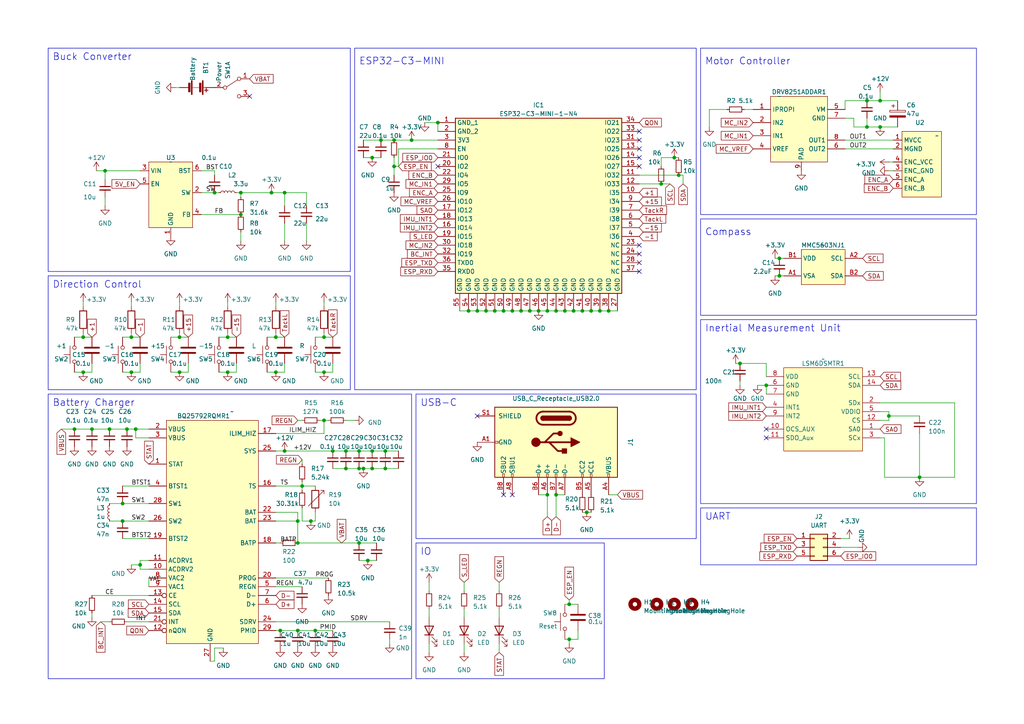
<source format=kicad_sch>
(kicad_sch (version 20230121) (generator eeschema)
  (paper "A4")
  (junction (at 69.85 62.23))
  (junction (at 191.77 53.34))
  (junction (at 38.1 107.95))
  (junction (at 24.13 107.95))
  (junction (at 31.75 124.46))
  (junction (at 82.55 130.81))
  (junction (at 110.49 40.64))
  (junction (at 161.29 143.51))
  (junction (at 165.1 185.42))
  (junction (at 165.1 175.26))
  (junction (at 69.85 55.88))
  (junction (at 81.28 182.88))
  (junction (at 114.3 48.26))
  (junction (at 266.7 138.43))
  (junction (at 39.37 124.46))
  (junction (at 80.01 107.95))
  (junction (at 52.07 107.95))
  (junction (at 86.36 151.13))
  (junction (at 93.98 121.92))
  (junction (at 24.13 97.79))
  (junction (at 106.68 162.56))
  (junction (at 35.56 146.05))
  (junction (at 196.85 50.8))
  (junction (at 107.95 135.89))
  (junction (at 107.95 130.81))
  (junction (at 168.91 90.17))
  (junction (at 111.76 130.81))
  (junction (at 66.04 97.79))
  (junction (at 166.37 90.17))
  (junction (at 135.89 90.17))
  (junction (at 87.63 140.97))
  (junction (at 173.99 90.17))
  (junction (at 107.95 45.72))
  (junction (at 38.1 97.79))
  (junction (at 153.67 90.17))
  (junction (at 105.41 135.89))
  (junction (at 100.33 135.89))
  (junction (at 158.75 90.17))
  (junction (at 40.64 163.83))
  (junction (at 251.46 36.83))
  (junction (at 104.14 135.89))
  (junction (at 35.56 151.13))
  (junction (at 143.51 90.17))
  (junction (at 127 35.56))
  (junction (at 82.55 55.88))
  (junction (at 163.83 90.17))
  (junction (at 114.3 40.64))
  (junction (at 80.01 97.79))
  (junction (at 36.83 124.46))
  (junction (at 104.14 130.81))
  (junction (at 52.07 97.79))
  (junction (at 86.36 182.88))
  (junction (at 96.52 130.81))
  (junction (at 255.27 36.83))
  (junction (at 222.25 111.76))
  (junction (at 91.44 182.88))
  (junction (at 156.21 90.17))
  (junction (at 111.76 135.89))
  (junction (at 148.59 90.17))
  (junction (at 21.59 124.46))
  (junction (at 161.29 90.17))
  (junction (at 251.46 29.21))
  (junction (at 176.53 90.17))
  (junction (at 214.63 105.41))
  (junction (at 171.45 90.17))
  (junction (at 158.75 143.51))
  (junction (at 146.05 90.17))
  (junction (at 100.33 130.81))
  (junction (at 119.38 40.64))
  (junction (at 62.23 55.88))
  (junction (at 257.81 120.65))
  (junction (at 93.98 97.79))
  (junction (at 138.43 90.17))
  (junction (at 151.13 90.17))
  (junction (at 93.98 107.95))
  (junction (at 26.67 124.46))
  (junction (at 255.27 29.21))
  (junction (at 226.06 80.01))
  (junction (at 195.58 45.72))
  (junction (at 170.18 148.59))
  (junction (at 86.36 157.48))
  (junction (at 140.97 90.17))
  (junction (at 30.48 49.53))
  (junction (at 104.14 157.48))
  (junction (at 226.06 74.93))
  (junction (at 90.17 151.13))
  (junction (at 78.74 55.88))
  (junction (at 66.04 107.95))
  (no_connect (at 72.39 27.94))
  (no_connect (at 185.42 73.66))
  (no_connect (at 222.25 124.46))
  (no_connect (at 148.59 143.51))
  (no_connect (at 146.05 143.51))
  (no_connect (at 185.42 71.12))
  (no_connect (at 138.43 120.65))
  (no_connect (at 185.42 76.2))
  (no_connect (at 222.25 127))
  (no_connect (at 185.42 43.18))
  (no_connect (at 185.42 38.1))
  (no_connect (at 185.42 45.72))
  (no_connect (at 185.42 48.26))
  (no_connect (at 127 48.26))
  (no_connect (at 185.42 40.64))
  (no_connect (at 185.42 78.74))
  (wire (pts (xy 87.63 147.32) (xy 87.63 151.13)))
  (wire (pts (xy 27.94 49.53) (xy 30.48 49.53)))
  (wire (pts (xy 21.59 107.95) (xy 24.13 107.95)))
  (wire (pts (xy 138.43 90.17) (xy 140.97 90.17)))
  (wire (pts (xy 30.48 52.07) (xy 30.48 49.53)))
  (wire (pts (xy 80.01 151.13) (xy 86.36 151.13)))
  (wire (pts (xy 96.52 130.81) (xy 100.33 130.81)))
  (wire (pts (xy 110.49 40.64) (xy 114.3 40.64)))
  (wire (pts (xy 257.81 49.53) (xy 259.08 49.53)))
  (wire (pts (xy 257.81 120.65) (xy 257.81 119.38)))
  (wire (pts (xy 62.23 191.77) (xy 60.96 191.77)))
  (wire (pts (xy 40.64 162.56) (xy 43.18 162.56)))
  (wire (pts (xy 107.95 45.72) (xy 110.49 45.72)))
  (wire (pts (xy 93.98 97.79) (xy 96.52 97.79)))
  (wire (pts (xy 256.54 127) (xy 255.27 127)))
  (wire (pts (xy 80.01 97.79) (xy 80.01 96.52)))
  (wire (pts (xy 165.1 173.99) (xy 165.1 175.26)))
  (wire (pts (xy 38.1 87.63) (xy 38.1 88.9)))
  (wire (pts (xy 245.11 34.29) (xy 247.65 34.29)))
  (wire (pts (xy 26.67 172.72) (xy 43.18 172.72)))
  (wire (pts (xy 214.63 111.76) (xy 214.63 110.49)))
  (wire (pts (xy 148.59 90.17) (xy 151.13 90.17)))
  (wire (pts (xy 31.75 146.05) (xy 35.56 146.05)))
  (wire (pts (xy 38.1 107.95) (xy 40.64 107.95)))
  (wire (pts (xy 191.77 48.26) (xy 191.77 45.72)))
  (wire (pts (xy 69.85 57.15) (xy 69.85 55.88)))
  (wire (pts (xy 245.11 29.21) (xy 245.11 31.75)))
  (wire (pts (xy 133.35 90.17) (xy 135.89 90.17)))
  (wire (pts (xy 123.19 35.56) (xy 127 35.56)))
  (wire (pts (xy 104.14 157.48) (xy 109.22 157.48)))
  (wire (pts (xy 82.55 107.95) (xy 82.55 105.41)))
  (wire (pts (xy 119.38 40.64) (xy 114.3 40.64)))
  (wire (pts (xy 140.97 90.17) (xy 143.51 90.17)))
  (wire (pts (xy 257.81 120.65) (xy 266.7 120.65)))
  (wire (pts (xy 144.78 189.23) (xy 144.78 186.69)))
  (wire (pts (xy 64.77 187.96) (xy 62.23 187.96)))
  (wire (pts (xy 26.67 179.07) (xy 26.67 177.8)))
  (wire (pts (xy 224.79 74.93) (xy 226.06 74.93)))
  (wire (pts (xy 88.9 64.77) (xy 88.9 69.85)))
  (wire (pts (xy 124.46 168.91) (xy 124.46 171.45)))
  (wire (pts (xy 62.23 55.88) (xy 63.5 55.88)))
  (wire (pts (xy 170.18 148.59) (xy 171.45 148.59)))
  (wire (pts (xy 58.42 62.23) (xy 69.85 62.23)))
  (wire (pts (xy 86.36 151.13) (xy 86.36 157.48)))
  (wire (pts (xy 87.63 151.13) (xy 90.17 151.13)))
  (wire (pts (xy 222.25 111.76) (xy 222.25 114.3)))
  (wire (pts (xy 224.79 80.01) (xy 226.06 80.01)))
  (wire (pts (xy 176.53 143.51) (xy 179.07 143.51)))
  (wire (pts (xy 87.63 139.7) (xy 87.63 140.97)))
  (wire (pts (xy 134.62 168.91) (xy 134.62 171.45)))
  (wire (pts (xy 35.56 107.95) (xy 38.1 107.95)))
  (wire (pts (xy 52.07 97.79) (xy 54.61 97.79)))
  (wire (pts (xy 134.62 189.23) (xy 134.62 186.69)))
  (wire (pts (xy 86.36 182.88) (xy 91.44 182.88)))
  (wire (pts (xy 24.13 97.79) (xy 24.13 96.52)))
  (wire (pts (xy 40.64 163.83) (xy 40.64 162.56)))
  (wire (pts (xy 35.56 97.79) (xy 38.1 97.79)))
  (wire (pts (xy 256.54 138.43) (xy 256.54 127)))
  (wire (pts (xy 80.01 167.64) (xy 95.25 167.64)))
  (wire (pts (xy 66.04 87.63) (xy 66.04 88.9)))
  (wire (pts (xy 114.3 48.26) (xy 114.3 50.8)))
  (wire (pts (xy 111.76 135.89) (xy 115.57 135.89)))
  (wire (pts (xy 168.91 148.59) (xy 170.18 148.59)))
  (wire (pts (xy 257.81 46.99) (xy 259.08 46.99)))
  (wire (pts (xy 80.01 180.34) (xy 113.03 180.34)))
  (wire (pts (xy 62.23 187.96) (xy 62.23 191.77)))
  (wire (pts (xy 93.98 121.92) (xy 95.25 121.92)))
  (wire (pts (xy 91.44 182.88) (xy 96.52 182.88)))
  (wire (pts (xy 245.11 43.18) (xy 259.08 43.18)))
  (wire (pts (xy 38.1 163.83) (xy 40.64 163.83)))
  (wire (pts (xy 151.13 90.17) (xy 153.67 90.17)))
  (wire (pts (xy 100.33 130.81) (xy 104.14 130.81)))
  (wire (pts (xy 163.83 185.42) (xy 165.1 185.42)))
  (wire (pts (xy 213.36 105.41) (xy 214.63 105.41)))
  (wire (pts (xy 143.51 90.17) (xy 146.05 90.17)))
  (wire (pts (xy 195.58 45.72) (xy 196.85 45.72)))
  (wire (pts (xy 255.27 116.84) (xy 276.86 116.84)))
  (wire (pts (xy 68.58 107.95) (xy 68.58 105.41)))
  (wire (pts (xy 104.14 162.56) (xy 106.68 162.56)))
  (wire (pts (xy 107.95 135.89) (xy 111.76 135.89)))
  (wire (pts (xy 165.1 175.26) (xy 167.64 175.26)))
  (wire (pts (xy 243.84 156.21) (xy 246.38 156.21)))
  (wire (pts (xy 247.65 34.29) (xy 247.65 36.83)))
  (wire (pts (xy 153.67 90.17) (xy 156.21 90.17)))
  (wire (pts (xy 93.98 87.63) (xy 93.98 88.9)))
  (wire (pts (xy 219.71 111.76) (xy 222.25 111.76)))
  (wire (pts (xy 158.75 143.51) (xy 156.21 143.51)))
  (wire (pts (xy 30.48 57.15) (xy 30.48 59.69)))
  (wire (pts (xy 161.29 143.51) (xy 161.29 149.86)))
  (wire (pts (xy 69.85 55.88) (xy 68.58 55.88)))
  (wire (pts (xy 35.56 140.97) (xy 43.18 140.97)))
  (wire (pts (xy 66.04 97.79) (xy 66.04 96.52)))
  (wire (pts (xy 80.01 140.97) (xy 87.63 140.97)))
  (wire (pts (xy 245.11 40.64) (xy 259.08 40.64)))
  (wire (pts (xy 100.33 121.92) (xy 102.87 121.92)))
  (wire (pts (xy 266.7 138.43) (xy 256.54 138.43)))
  (wire (pts (xy 86.36 157.48) (xy 104.14 157.48)))
  (wire (pts (xy 49.53 97.79) (xy 52.07 97.79)))
  (wire (pts (xy 38.1 97.79) (xy 38.1 96.52)))
  (wire (pts (xy 80.01 107.95) (xy 82.55 107.95)))
  (wire (pts (xy 111.76 130.81) (xy 115.57 130.81)))
  (wire (pts (xy 255.27 36.83) (xy 260.35 36.83)))
  (wire (pts (xy 35.56 151.13) (xy 31.75 151.13)))
  (wire (pts (xy 66.04 97.79) (xy 68.58 97.79)))
  (wire (pts (xy 36.83 124.46) (xy 39.37 124.46)))
  (wire (pts (xy 255.27 121.92) (xy 257.81 121.92)))
  (wire (pts (xy 93.98 97.79) (xy 93.98 96.52)))
  (wire (pts (xy 91.44 97.79) (xy 93.98 97.79)))
  (wire (pts (xy 96.52 107.95) (xy 96.52 105.41)))
  (wire (pts (xy 106.68 162.56) (xy 109.22 162.56)))
  (wire (pts (xy 114.3 48.26) (xy 115.57 48.26)))
  (wire (pts (xy 165.1 185.42) (xy 165.1 186.69)))
  (wire (pts (xy 161.29 90.17) (xy 163.83 90.17)))
  (wire (pts (xy 80.01 125.73) (xy 93.98 125.73)))
  (wire (pts (xy 52.07 97.79) (xy 52.07 96.52)))
  (wire (pts (xy 163.83 175.26) (xy 165.1 175.26)))
  (wire (pts (xy 81.28 182.88) (xy 86.36 182.88)))
  (wire (pts (xy 168.91 90.17) (xy 171.45 90.17)))
  (wire (pts (xy 69.85 67.31) (xy 69.85 69.85)))
  (wire (pts (xy 226.06 80.01) (xy 227.33 80.01)))
  (wire (pts (xy 107.95 130.81) (xy 111.76 130.81)))
  (wire (pts (xy 196.85 50.8) (xy 198.12 50.8)))
  (wire (pts (xy 80.01 148.59) (xy 86.36 148.59)))
  (wire (pts (xy 144.78 168.91) (xy 144.78 171.45)))
  (wire (pts (xy 127 35.56) (xy 127 38.1)))
  (wire (pts (xy 266.7 125.73) (xy 266.7 138.43)))
  (wire (pts (xy 40.64 107.95) (xy 40.64 105.41)))
  (wire (pts (xy 26.67 124.46) (xy 31.75 124.46)))
  (wire (pts (xy 52.07 87.63) (xy 52.07 88.9)))
  (wire (pts (xy 43.18 167.64) (xy 43.18 170.18)))
  (wire (pts (xy 163.83 90.17) (xy 166.37 90.17)))
  (wire (pts (xy 115.57 43.18) (xy 127 43.18)))
  (wire (pts (xy 38.1 97.79) (xy 40.64 97.79)))
  (wire (pts (xy 176.53 90.17) (xy 179.07 90.17)))
  (wire (pts (xy 87.63 140.97) (xy 91.44 140.97)))
  (wire (pts (xy 93.98 125.73) (xy 93.98 121.92)))
  (wire (pts (xy 77.47 97.79) (xy 80.01 97.79)))
  (wire (pts (xy 82.55 130.81) (xy 80.01 130.81)))
  (wire (pts (xy 29.21 180.34) (xy 31.75 180.34)))
  (wire (pts (xy 104.14 130.81) (xy 107.95 130.81)))
  (wire (pts (xy 31.75 124.46) (xy 36.83 124.46)))
  (wire (pts (xy 167.64 182.88) (xy 167.64 185.42)))
  (wire (pts (xy 105.41 135.89) (xy 107.95 135.89)))
  (wire (pts (xy 226.06 74.93) (xy 227.33 74.93)))
  (wire (pts (xy 166.37 90.17) (xy 168.91 90.17)))
  (wire (pts (xy 43.18 127) (xy 39.37 127)))
  (wire (pts (xy 50.8 25.4) (xy 52.07 25.4)))
  (wire (pts (xy 17.78 124.46) (xy 21.59 124.46)))
  (wire (pts (xy 257.81 121.92) (xy 257.81 120.65)))
  (wire (pts (xy 105.41 40.64) (xy 110.49 40.64)))
  (wire (pts (xy 88.9 59.69) (xy 88.9 55.88)))
  (wire (pts (xy 62.23 49.53) (xy 62.23 50.8)))
  (wire (pts (xy 276.86 138.43) (xy 266.7 138.43)))
  (wire (pts (xy 247.65 36.83) (xy 251.46 36.83)))
  (wire (pts (xy 91.44 151.13) (xy 91.44 148.59)))
  (wire (pts (xy 30.48 49.53) (xy 40.64 49.53)))
  (wire (pts (xy 251.46 36.83) (xy 255.27 36.83)))
  (wire (pts (xy 222.25 109.22) (xy 222.25 105.41)))
  (wire (pts (xy 257.81 119.38) (xy 255.27 119.38)))
  (wire (pts (xy 198.12 50.8) (xy 198.12 53.34)))
  (wire (pts (xy 93.98 107.95) (xy 96.52 107.95)))
  (wire (pts (xy 251.46 29.21) (xy 255.27 29.21)))
  (wire (pts (xy 82.55 64.77) (xy 82.55 69.85)))
  (wire (pts (xy 113.03 186.69) (xy 113.03 185.42)))
  (wire (pts (xy 21.59 97.79) (xy 24.13 97.79)))
  (wire (pts (xy 35.56 146.05) (xy 43.18 146.05)))
  (wire (pts (xy 24.13 107.95) (xy 26.67 107.95)))
  (wire (pts (xy 35.56 151.13) (xy 43.18 151.13)))
  (wire (pts (xy 163.83 143.51) (xy 161.29 143.51)))
  (wire (pts (xy 194.31 53.34) (xy 191.77 53.34)))
  (wire (pts (xy 78.74 55.88) (xy 82.55 55.88)))
  (wire (pts (xy 86.36 121.92) (xy 87.63 121.92)))
  (wire (pts (xy 82.55 130.81) (xy 96.52 130.81)))
  (wire (pts (xy 39.37 127) (xy 39.37 124.46)))
  (wire (pts (xy 87.63 133.35) (xy 87.63 134.62)))
  (wire (pts (xy 245.11 29.21) (xy 251.46 29.21)))
  (wire (pts (xy 214.63 105.41) (xy 222.25 105.41)))
  (wire (pts (xy 39.37 124.46) (xy 43.18 124.46)))
  (wire (pts (xy 69.85 55.88) (xy 78.74 55.88)))
  (wire (pts (xy 124.46 176.53) (xy 124.46 179.07)))
  (wire (pts (xy 35.56 156.21) (xy 43.18 156.21)))
  (wire (pts (xy 80.01 97.79) (xy 82.55 97.79)))
  (wire (pts (xy 243.84 158.75) (xy 248.92 158.75)))
  (wire (pts (xy 146.05 90.17) (xy 148.59 90.17)))
  (wire (pts (xy 36.83 180.34) (xy 43.18 180.34)))
  (wire (pts (xy 58.42 49.53) (xy 62.23 49.53)))
  (wire (pts (xy 114.3 48.26) (xy 114.3 45.72)))
  (wire (pts (xy 24.13 87.63) (xy 24.13 88.9)))
  (wire (pts (xy 63.5 107.95) (xy 66.04 107.95)))
  (wire (pts (xy 127 40.64) (xy 119.38 40.64)))
  (wire (pts (xy 124.46 189.23) (xy 124.46 186.69)))
  (wire (pts (xy 58.42 55.88) (xy 62.23 55.88)))
  (wire (pts (xy 92.71 121.92) (xy 93.98 121.92)))
  (wire (pts (xy 156.21 90.17) (xy 158.75 90.17)))
  (wire (pts (xy 26.67 107.95) (xy 26.67 105.41)))
  (wire (pts (xy 158.75 143.51) (xy 158.75 149.86)))
  (wire (pts (xy 80.01 182.88) (xy 81.28 182.88)))
  (wire (pts (xy 21.59 124.46) (xy 26.67 124.46)))
  (wire (pts (xy 185.42 50.8) (xy 196.85 50.8)))
  (wire (pts (xy 191.77 45.72) (xy 195.58 45.72)))
  (wire (pts (xy 104.14 135.89) (xy 105.41 135.89)))
  (wire (pts (xy 251.46 34.29) (xy 251.46 36.83)))
  (wire (pts (xy 40.64 163.83) (xy 40.64 165.1)))
  (wire (pts (xy 63.5 97.79) (xy 66.04 97.79)))
  (wire (pts (xy 205.74 31.75) (xy 205.74 36.83)))
  (wire (pts (xy 215.9 31.75) (xy 218.44 31.75)))
  (wire (pts (xy 66.04 107.95) (xy 68.58 107.95)))
  (wire (pts (xy 135.89 90.17) (xy 138.43 90.17)))
  (wire (pts (xy 144.78 176.53) (xy 144.78 179.07)))
  (wire (pts (xy 100.33 135.89) (xy 104.14 135.89)))
  (wire (pts (xy 87.63 140.97) (xy 87.63 142.24)))
  (wire (pts (xy 115.57 48.26) (xy 115.57 43.18)))
  (wire (pts (xy 171.45 90.17) (xy 173.99 90.17)))
  (wire (pts (xy 91.44 107.95) (xy 93.98 107.95)))
  (wire (pts (xy 105.41 45.72) (xy 107.95 45.72)))
  (wire (pts (xy 158.75 90.17) (xy 161.29 90.17)))
  (wire (pts (xy 80.01 87.63) (xy 80.01 88.9)))
  (wire (pts (xy 49.53 107.95) (xy 52.07 107.95)))
  (wire (pts (xy 86.36 148.59) (xy 86.36 151.13)))
  (wire (pts (xy 134.62 176.53) (xy 134.62 179.07)))
  (wire (pts (xy 255.27 26.67) (xy 255.27 29.21)))
  (wire (pts (xy 276.86 116.84) (xy 276.86 138.43)))
  (wire (pts (xy 167.64 185.42) (xy 165.1 185.42)))
  (wire (pts (xy 80.01 170.18) (xy 87.63 170.18)))
  (wire (pts (xy 255.27 29.21) (xy 260.35 29.21)))
  (wire (pts (xy 90.17 151.13) (xy 91.44 151.13)))
  (wire (pts (xy 52.07 107.95) (xy 54.61 107.95)))
  (wire (pts (xy 88.9 55.88) (xy 82.55 55.88)))
  (wire (pts (xy 82.55 59.69) (xy 82.55 55.88)))
  (wire (pts (xy 24.13 97.79) (xy 26.67 97.79)))
  (wire (pts (xy 54.61 107.95) (xy 54.61 105.41)))
  (wire (pts (xy 81.28 157.48) (xy 80.01 157.48)))
  (wire (pts (xy 191.77 53.34) (xy 185.42 53.34)))
  (wire (pts (xy 210.82 31.75) (xy 205.74 31.75)))
  (wire (pts (xy 77.47 107.95) (xy 80.01 107.95)))
  (wire (pts (xy 173.99 90.17) (xy 176.53 90.17)))
  (wire (pts (xy 43.18 165.1) (xy 40.64 165.1)))
  (wire (pts (xy 96.52 135.89) (xy 100.33 135.89)))
  (rectangle (start 203.2 63.5) (end 283.21 91.44))
  (rectangle (start 13.97 114.3) (end 119.38 196.85))
  (rectangle (start 120.65 114.3) (end 201.93 156.21))
  (rectangle (start 13.97 13.97) (end 101.6 78.74))
  (rectangle (start 102.87 13.97) (end 201.93 113.03))
  (rectangle (start 203.2 92.71) (end 283.21 146.05))
  (rectangle (start 120.65 157.48) (end 175.26 196.85))
  (rectangle (start 13.97 80.01) (end 101.6 113.03))
  (rectangle (start 203.2 147.32) (end 283.21 163.83))
  (rectangle (start 203.2 13.97) (end 283.21 62.23))
  (text "Inertial Measurement Unit\n" (at 204.47 96.52 0) (effects (font (size 2 2)) (justify left bottom)))
  (text "Compass\n" (at 204.47 68.58 0) (effects (font (size 2 2)) (justify left bottom)))
  (text "USB-C" (at 121.92 118.11 0) (effects (font (size 2 2)) (justify left bottom)))
  (text "Buck Converter\n" (at 15.24 17.78 0) (effects (font (size 2 2)) (justify left bottom)))
  (text "Motor Controller" (at 204.47 19.05 0) (effects (font (size 2 2)) (justify left bottom)))
  (text "ESP32-C3-MINI\n" (at 104.14 19.05 0) (effects (font (size 2 2)) (justify left bottom)))
  (text "Direction Control\n" (at 15.24 83.82 0) (effects (font (size 2 2)) (justify left bottom)))
  (text "Battery Charger\n" (at 15.24 118.11 0) (effects (font (size 2 2)) (justify left bottom)))
  (text "IO\n" (at 121.92 161.29 0) (effects (font (size 2 2)) (justify left bottom)))
  (text "UART\n" (at 204.47 151.13 0) (effects (font (size 2 2)) (justify left bottom)))
  (label "PROG" (at 91.44 167.64 0))
  (label "SW1" (at 38.1 146.05 0))
  (label "ILIM_HIZ" (at 83.82 125.73 0))
  (label "TS" (at 81.28 140.97 0))
  (label "BTST1" (at 38.1 140.97 0))
  (label "BATP" (at 81.28 157.48 0))
  (label "OUT2" (at 246.38 43.18 0))
  (label "CE" (at 30.48 172.72 0))
  (label "BTST2" (at 38.1 156.21 0))
  (label "VAC" (at 43.18 168.91 0))
  (label "SW2" (at 38.1 151.13 0))
  (label "+12V" (at 85.09 130.81 0))
  (label "INT" (at 39.37 180.34 0))
  (label "OUT1" (at 246.38 40.64 0))
  (label "REGN" (at 80.01 170.18 0))
  (label "SW" (at 59.69 55.88 0))
  (label "PMID" (at 92.71 182.88 0))
  (label "SDRV" (at 101.6 180.34 0))
  (label "BST" (at 59.69 49.53 0))
  (label "FB" (at 62.23 62.23 0))
  (global_label "SDA" (shape input) (at 198.12 53.34 270) (property "Intersheetrefs" "${INTERSHEET_REFS}" (effects hide)))
  (global_label "VBUS" (shape input) (at 179.07 143.51 0) (property "Intersheetrefs" "${INTERSHEET_REFS}" (effects hide)))
  (global_label "TackL" (shape input) (at 82.55 97.79 90) (property "Intersheetrefs" "${INTERSHEET_REFS}" (effects hide)))
  (global_label "SAO" (shape input) (at 127 60.96 180) (property "Intersheetrefs" "${INTERSHEET_REFS}" (effects hide)))
  (global_label "-15" (shape input) (at 68.58 97.79 90) (property "Intersheetrefs" "${INTERSHEET_REFS}" (effects hide)))
  (global_label "S_LED" (shape input) (at 127 68.58 180) (property "Intersheetrefs" "${INTERSHEET_REFS}" (effects hide)))
  (global_label "IMU_INT2" (shape input) (at 222.25 120.65 180) (property "Intersheetrefs" "${INTERSHEET_REFS}" (effects hide)))
  (global_label "ESP_TXD" (shape input) (at 231.14 158.75 180) (property "Intersheetrefs" "${INTERSHEET_REFS}" (effects hide)))
  (global_label "SCL" (shape input) (at 255.27 109.22 0) (property "Intersheetrefs" "${INTERSHEET_REFS}" (effects hide)))
  (global_label "+15" (shape input) (at 185.42 58.42 0) (property "Intersheetrefs" "${INTERSHEET_REFS}" (effects hide)))
  (global_label "VBAT" (shape input) (at 99.06 157.48 90) (property "Intersheetrefs" "${INTERSHEET_REFS}" (effects hide)))
  (global_label "MC_IN1" (shape input) (at 218.44 39.37 180) (property "Intersheetrefs" "${INTERSHEET_REFS}" (effects hide)))
  (global_label "REGN" (shape input) (at 144.78 168.91 90) (property "Intersheetrefs" "${INTERSHEET_REFS}" (effects hide)))
  (global_label "ENC_A" (shape input) (at 127 55.88 180) (property "Intersheetrefs" "${INTERSHEET_REFS}" (effects hide)))
  (global_label "S_LED" (shape input) (at 134.62 168.91 90) (property "Intersheetrefs" "${INTERSHEET_REFS}" (effects hide)))
  (global_label "+1" (shape input) (at 185.42 55.88 0) (property "Intersheetrefs" "${INTERSHEET_REFS}" (effects hide)))
  (global_label "ESP_RXD" (shape input) (at 127 78.74 180) (property "Intersheetrefs" "${INTERSHEET_REFS}" (effects hide)))
  (global_label "TackR" (shape input) (at 185.42 60.96 0) (property "Intersheetrefs" "${INTERSHEET_REFS}" (effects hide)))
  (global_label "SAO" (shape input) (at 255.27 124.46 0) (property "Intersheetrefs" "${INTERSHEET_REFS}" (effects hide)))
  (global_label "D-" (shape input) (at 161.29 149.86 270) (property "Intersheetrefs" "${INTERSHEET_REFS}" (effects hide)))
  (global_label "IMU_INT1" (shape input) (at 127 63.5 180) (property "Intersheetrefs" "${INTERSHEET_REFS}" (effects hide)))
  (global_label "ESP_TXD" (shape input) (at 127 76.2 180) (property "Intersheetrefs" "${INTERSHEET_REFS}" (effects hide)))
  (global_label "D+" (shape input) (at 158.75 149.86 270) (property "Intersheetrefs" "${INTERSHEET_REFS}" (effects hide)))
  (global_label "SCL" (shape input) (at 43.18 175.26 180) (property "Intersheetrefs" "${INTERSHEET_REFS}" (effects hide)))
  (global_label "SDA" (shape input) (at 255.27 111.76 0) (property "Intersheetrefs" "${INTERSHEET_REFS}" (effects hide)))
  (global_label "-1" (shape input) (at 40.64 97.79 90) (property "Intersheetrefs" "${INTERSHEET_REFS}" (effects hide)))
  (global_label "ENC_B" (shape input) (at 259.08 54.61 180) (property "Intersheetrefs" "${INTERSHEET_REFS}" (effects hide)))
  (global_label "VBAT" (shape input) (at 72.39 22.86 0) (property "Intersheetrefs" "${INTERSHEET_REFS}" (effects hide)))
  (global_label "IMU_INT2" (shape input) (at 127 66.04 180) (property "Intersheetrefs" "${INTERSHEET_REFS}" (effects hide)))
  (global_label "-1" (shape input) (at 185.42 68.58 0) (property "Intersheetrefs" "${INTERSHEET_REFS}" (effects hide)))
  (global_label "-15" (shape input) (at 185.42 66.04 0) (property "Intersheetrefs" "${INTERSHEET_REFS}" (effects hide)))
  (global_label "5V_EN" (shape input) (at 40.64 53.34 180) (property "Intersheetrefs" "${INTERSHEET_REFS}" (effects hide)))
  (global_label "D-" (shape input) (at 80.01 172.72 0) (property "Intersheetrefs" "${INTERSHEET_REFS}" (effects hide)))
  (global_label "STAT" (shape input) (at 144.78 189.23 270) (property "Intersheetrefs" "${INTERSHEET_REFS}" (effects hide)))
  (global_label "ENC_A" (shape input) (at 259.08 52.07 180) (property "Intersheetrefs" "${INTERSHEET_REFS}" (effects hide)))
  (global_label "MC_IN1" (shape input) (at 127 53.34 180) (property "Intersheetrefs" "${INTERSHEET_REFS}" (effects hide)))
  (global_label "MC_IN2" (shape input) (at 127 71.12 180) (property "Intersheetrefs" "${INTERSHEET_REFS}" (effects hide)))
  (global_label "BC_INT" (shape input) (at 29.21 180.34 270) (property "Intersheetrefs" "${INTERSHEET_REFS}" (effects hide)))
  (global_label "MC_IN2" (shape input) (at 218.44 35.56 180) (property "Intersheetrefs" "${INTERSHEET_REFS}" (effects hide)))
  (global_label "QON" (shape input) (at 43.18 182.88 180) (property "Intersheetrefs" "${INTERSHEET_REFS}" (effects hide)))
  (global_label "+1" (shape input) (at 26.67 97.79 90) (property "Intersheetrefs" "${INTERSHEET_REFS}" (effects hide)))
  (global_label "ENC_B" (shape input) (at 127 50.8 180) (property "Intersheetrefs" "${INTERSHEET_REFS}" (effects hide)))
  (global_label "ESP_EN" (shape input) (at 115.57 48.26 0) (property "Intersheetrefs" "${INTERSHEET_REFS}" (effects hide)))
  (global_label "REGN" (shape input) (at 87.63 133.35 180) (property "Intersheetrefs" "${INTERSHEET_REFS}" (effects hide)))
  (global_label "SDA" (shape input) (at 43.18 177.8 180) (property "Intersheetrefs" "${INTERSHEET_REFS}" (effects hide)))
  (global_label "+15" (shape input) (at 54.61 97.79 90) (property "Intersheetrefs" "${INTERSHEET_REFS}" (effects hide)))
  (global_label "TackL" (shape input) (at 185.42 63.5 0) (property "Intersheetrefs" "${INTERSHEET_REFS}" (effects hide)))
  (global_label "VBUS" (shape input) (at 17.78 124.46 270) (property "Intersheetrefs" "${INTERSHEET_REFS}" (effects hide)))
  (global_label "MC_VREF" (shape input) (at 127 58.42 180) (property "Intersheetrefs" "${INTERSHEET_REFS}" (effects hide)))
  (global_label "ESP_IO0" (shape input) (at 243.84 161.29 0) (property "Intersheetrefs" "${INTERSHEET_REFS}" (effects hide)))
  (global_label "TackR" (shape input) (at 96.52 97.79 90) (property "Intersheetrefs" "${INTERSHEET_REFS}" (effects hide)))
  (global_label "REGN" (shape input) (at 86.36 121.92 180) (property "Intersheetrefs" "${INTERSHEET_REFS}" (effects hide)))
  (global_label "SDA" (shape input) (at 250.19 80.01 0) (property "Intersheetrefs" "${INTERSHEET_REFS}" (effects hide)))
  (global_label "ESP_IO0" (shape input) (at 127 45.72 180) (property "Intersheetrefs" "${INTERSHEET_REFS}" (effects hide)))
  (global_label "D+" (shape input) (at 80.01 175.26 0) (property "Intersheetrefs" "${INTERSHEET_REFS}" (effects hide)))
  (global_label "BC_INT" (shape input) (at 127 73.66 180) (property "Intersheetrefs" "${INTERSHEET_REFS}" (effects hide)))
  (global_label "ESP_RXD" (shape input) (at 231.14 161.29 180) (property "Intersheetrefs" "${INTERSHEET_REFS}" (effects hide)))
  (global_label "ESP_EN" (shape input) (at 165.1 173.99 90) (property "Intersheetrefs" "${INTERSHEET_REFS}" (effects hide)))
  (global_label "IMU_INT1" (shape input) (at 222.25 118.11 180) (property "Intersheetrefs" "${INTERSHEET_REFS}" (effects hide)))
  (global_label "ESP_EN" (shape input) (at 231.14 156.21 180) (property "Intersheetrefs" "${INTERSHEET_REFS}" (effects hide)))
  (global_label "QON" (shape input) (at 185.42 35.56 0) (property "Intersheetrefs" "${INTERSHEET_REFS}" (effects hide)))
  (global_label "SCL" (shape input) (at 194.31 53.34 270) (property "Intersheetrefs" "${INTERSHEET_REFS}" (effects hide)))
  (global_label "MC_VREF" (shape input) (at 218.44 43.18 180) (property "Intersheetrefs" "${INTERSHEET_REFS}" (effects hide)))
  (global_label "SCL" (shape input) (at 250.19 74.93 0) (property "Intersheetrefs" "${INTERSHEET_REFS}" (effects hide)))
  (global_label "STAT" (shape input) (at 43.18 134.62 90) (property "Intersheetrefs" "${INTERSHEET_REFS}" (effects hide)))
  (symbol (lib_id "power:GND") (at 64.77 187.96 0) (unit 1)
    (property "Reference" "#PWR064" (effects hide))
    (property "Value" "GND" (at 64.77 193.04 0))
  )
  (symbol (lib_id "power:GND") (at 106.68 162.56 0) (unit 1)
    (property "Reference" "#PWR056" (effects hide))
    (property "Value" "GND" (at 106.68 167.64 0))
  )
  (symbol (lib_id "Device:R_Small") (at 87.63 137.16 0) (unit 1)
    (property "Reference" "R17" (at 90.17 135.89 0) (effects (justify left)))
    (property "Value" "5.24k" (at 90.17 138.43 0) (effects (justify left)))
    (property "Footprint" "Resistor_SMD:R_0402_1005Metric" (effects hide))
  )
  (symbol (lib_id "Device:R_Small") (at 213.36 31.75 90) (unit 1)
    (property "Reference" "R2" (at 212.09 29.21 90))
    (property "Value" "5.1k" (at 218.44 29.21 90) (effects (justify left)))
    (property "Footprint" "Resistor_SMD:R_0402_1005Metric" (effects hide))
  )
  (symbol (lib_id "power:+3.3V") (at 66.04 87.63 0) (unit 1)
    (property "Reference" "#PWR031" (effects hide))
    (property "Value" "+3.3V" (at 69.85 86.868 0))
  )
  (symbol (lib_id "Switch:SW_Push") (at 21.59 102.87 90) (unit 1)
    (property "Reference" "SW2" (at 17.78 104.14 90))
    (property "Value" "+1" (at 17.78 100.33 90))
    (property "Footprint" "Switch:Tactile_5.5mmx2.85mm" (effects hide))
  )
  (symbol (lib_id "Device:R_Small") (at 124.46 173.99 0) (unit 1)
    (property "Reference" "R24" (at 127 173.355 0) (effects (justify left)))
    (property "Value" "5.1k" (at 127 175.895 0) (effects (justify left)))
    (property "Footprint" "Resistor_SMD:R_0402_1005Metric" (effects hide))
  )
  (symbol (lib_id "Device:Battery") (at 57.15 25.4 270) (unit 1)
    (property "Reference" "BT1" (at 59.69 17.78 0) (effects (justify left)))
    (property "Value" "Battery" (at 55.88 16.51 0) (effects (justify left)))
    (property "Footprint" "XT30-U:XT30-U" (effects hide))
  )
  (symbol (lib_id "Device:R") (at 24.13 92.71 0) (unit 1)
    (property "Reference" "R9" (at 19.05 92.71 0) (effects (justify left)))
    (property "Value" "47k" (at 19.05 95.25 0) (effects (justify left)))
    (property "Footprint" "Resistor_SMD:R_0402_1005Metric" (effects hide))
  )
  (symbol (lib_id "Device:R_Small") (at 69.85 59.69 0) (unit 1)
    (property "Reference" "R7" (at 72.39 59.055 0) (effects (justify left)))
    (property "Value" "31.6k" (at 72.39 61.595 0) (effects (justify left)))
    (property "Footprint" "Resistor_SMD:R_0402_1005Metric" (effects hide))
  )
  (symbol (lib_id "Device:R_Small") (at 83.82 157.48 90) (unit 1)
    (property "Reference" "R22" (at 83.82 160.02 90))
    (property "Value" "100" (at 83.82 162.56 90))
    (property "Footprint" "Resistor_SMD:R_0402_1005Metric" (effects hide))
  )
  (symbol (lib_id "Device:C_Small") (at 87.63 172.72 0) (unit 1)
    (property "Reference" "C37" (at 85.09 166.37 0) (effects (justify left)))
    (property "Value" "4.7u" (at 86.36 168.91 0) (effects (justify left)))
    (property "Footprint" "Capacitor_SMD:C_0402_1005Metric" (effects hide))
  )
  (symbol (lib_id "power:GND") (at 80.01 107.95 0) (unit 1)
    (property "Reference" "#PWR039" (effects hide))
    (property "Value" "GND" (at 83.82 110.49 0))
  )
  (symbol (lib_id "power:GND") (at 96.52 187.96 0) (unit 1)
    (property "Reference" "#PWR068" (effects hide))
    (property "Value" "GND" (at 96.52 193.04 0))
  )
  (symbol (lib_id "Switch:SW_Push") (at 91.44 102.87 90) (unit 1)
    (property "Reference" "SW7" (at 87.63 104.14 90))
    (property "Value" "R" (at 87.63 100.33 90))
    (property "Footprint" "Switch:Tactile_5.5mmx2.85mm" (effects hide))
  )
  (symbol (lib_id "Device:R_Small") (at 171.45 146.05 0) (unit 1)
    (property "Reference" "R21" (at 173.99 145.415 0) (effects (justify left)))
    (property "Value" "5.1k" (at 173.99 147.955 0) (effects (justify left)))
    (property "Footprint" "Resistor_SMD:R_0402_1005Metric" (effects hide))
  )
  (symbol (lib_id "power:GND") (at 232.41 49.53 0) (unit 1)
    (property "Reference" "#PWR04" (effects hide))
    (property "Value" "GND" (at 232.41 54.61 0))
  )
  (symbol (lib_id "power:GND") (at 123.19 35.56 0) (unit 1)
    (property "Reference" "#PWR05" (effects hide))
    (property "Value" "GND" (at 123.19 34.29 0))
  )
  (symbol (lib_id "Device:R_Small") (at 90.17 121.92 270) (unit 1)
    (property "Reference" "R15" (at 90.17 116.84 90))
    (property "Value" "127k" (at 90.17 119.38 90))
    (property "Footprint" "Resistor_SMD:R_0402_1005Metric" (effects hide))
  )
  (symbol (lib_id "power:+3.3V") (at 246.38 156.21 0) (unit 1)
    (property "Reference" "#PWR054" (effects hide))
    (property "Value" "+3.3V" (at 246.38 151.13 0))
  )
  (symbol (lib_id "Device:C_Small") (at 113.03 182.88 0) (unit 1)
    (property "Reference" "C39" (at 115.57 182.2513 0) (effects (justify left)))
    (property "Value" "1n" (at 115.57 184.7913 0) (effects (justify left)))
    (property "Footprint" "Capacitor_SMD:C_0402_1005Metric" (effects hide))
  )
  (symbol (lib_id "Mechanical:MountingHole") (at 184.15 175.26 0) (unit 1)
    (property "Reference" "H1" (at 186.69 174.625 0) (effects (justify left)))
    (property "Value" "MountingHole" (at 186.69 177.165 0) (effects (justify left)))
    (property "Footprint" "MountingHole:MountingHole_2.2mm_M2" (effects hide))
  )
  (symbol (lib_id "power:GND") (at 248.92 158.75 90) (unit 1)
    (property "Reference" "#PWR055" (effects hide))
    (property "Value" "GND" (at 249.936 155.448 0))
  )
  (symbol (lib_id "LiPo_Charger_BQ25792RQMR:BQ25792RQMR") (at 60.96 121.92 0) (unit 1)
    (property "Reference" "BQ25792RQMR1" (at 59.055 120.65 0))
    (property "Value" "~" (at 67.31 119.38 0))
    (property "Footprint" "Lipo_Charger:BQ25792" (effects hide))
  )
  (symbol (lib_id "power:GND") (at 170.18 148.59 0) (unit 1)
    (property "Reference" "#PWR052" (effects hide))
    (property "Value" "GND" (at 170.18 153.67 0))
  )
  (symbol (lib_id "Device:C_Small") (at 35.56 153.67 0) (unit 1)
    (property "Reference" "C34" (at 27.94 152.4 0) (effects (justify left)))
    (property "Value" "47n" (at 27.94 154.94 0) (effects (justify left)))
    (property "Footprint" "Capacitor_SMD:C_0402_1005Metric" (effects hide))
  )
  (symbol (lib_id "Device:L_Small") (at 66.04 55.88 90) (unit 1)
    (property "Reference" "L2" (at 67.31 50.8 90))
    (property "Value" "3.3u" (at 69.85 53.34 90))
    (property "Footprint" "Inductor_SMD:L_Bourns_SRP7028A_7.3x6.6mm" (effects hide))
  )
  (symbol (lib_id "power:GND") (at 124.46 189.23 0) (unit 1)
    (property "Reference" "#PWR069" (effects hide))
    (property "Value" "GND" (at 124.46 194.31 0))
  )
  (symbol (lib_id "Device:R") (at 38.1 92.71 0) (unit 1)
    (property "Reference" "R10" (at 33.02 92.71 0) (effects (justify left)))
    (property "Value" "47k" (at 33.02 95.25 0) (effects (justify left)))
    (property "Footprint" "Resistor_SMD:R_0402_1005Metric" (effects hide))
  )
  (symbol (lib_id "power:+3.3V") (at 195.58 45.72 0) (unit 1)
    (property "Reference" "#PWR013" (effects hide))
    (property "Value" "+3.3V" (at 195.58 41.91 0))
  )
  (symbol (lib_id "Device:R_Small") (at 69.85 64.77 0) (unit 1)
    (property "Reference" "R8" (at 72.39 64.77 0) (effects (justify left)))
    (property "Value" "10k" (at 72.39 67.31 0) (effects (justify left)))
    (property "Footprint" "Resistor_SMD:R_0402_1005Metric" (effects hide))
  )
  (symbol (lib_id "Device:R_Small") (at 144.78 173.99 0) (unit 1)
    (property "Reference" "R26" (at 147.32 173.355 0) (effects (justify left)))
    (property "Value" "5.1k" (at 147.32 175.895 0) (effects (justify left)))
    (property "Footprint" "Resistor_SMD:R_0402_1005Metric" (effects hide))
  )
  (symbol (lib_id "Device:C_Small") (at 96.52 133.35 0) (unit 1)
    (property "Reference" "C27" (at 93.98 127 0) (effects (justify left)))
    (property "Value" "0.1u" (at 92.71 129.54 0) (effects (justify left)))
    (property "Footprint" "Capacitor_SMD:C_0402_1005Metric" (effects hide))
  )
  (symbol (lib_id "power:GND") (at 86.36 187.96 0) (unit 1)
    (property "Reference" "#PWR066" (effects hide))
    (property "Value" "GND" (at 86.36 193.04 0))
  )
  (symbol (lib_id "Device:R_Small") (at 168.91 146.05 0) (unit 1)
    (property "Reference" "R20" (at 163.83 144.78 0) (effects (justify left)))
    (property "Value" "5.1k" (at 163.83 147.32 0) (effects (justify left)))
    (property "Footprint" "Resistor_SMD:R_0402_1005Metric" (effects hide))
  )
  (symbol (lib_id "Device:C_Small") (at 214.63 107.95 0) (unit 1)
    (property "Reference" "C21" (at 209.55 107.95 0) (effects (justify left)))
    (property "Value" "100n" (at 204.47 110.49 0) (effects (justify left)))
    (property "Footprint" "Capacitor_SMD:C_0402_1005Metric" (effects hide))
  )
  (symbol (lib_id "power:GND") (at 38.1 163.83 0) (unit 1)
    (property "Reference" "#PWR057" (effects hide))
    (property "Value" "GND" (at 34.29 166.37 0))
  )
  (symbol (lib_id "power:GND") (at 134.62 189.23 0) (unit 1)
    (property "Reference" "#PWR070" (effects hide))
    (property "Value" "GND" (at 134.62 194.31 0))
  )
  (symbol (lib_id "Device:C_Small") (at 251.46 31.75 0) (unit 1)
    (property "Reference" "C5" (at 250.19 25.4 0) (effects (justify left)))
    (property "Value" "0.1u" (at 248.92 27.94 0) (effects (justify left)))
    (property "Footprint" "Capacitor_SMD:C_0402_1005Metric" (effects hide))
  )
  (symbol (lib_id "Device:C") (at 68.58 101.6 0) (unit 1)
    (property "Reference" "C18" (at 64.77 102.87 0))
    (property "Value" "0.1u" (at 66.04 105.41 0))
    (property "Footprint" "Capacitor_SMD:C_0402_1005Metric" (effects hide))
  )
  (symbol (lib_id "MMC5603NJ_Compass:MMC5603NJ") (at 238.76 71.12 0) (unit 1)
    (property "Reference" "MMC5603NJ1" (at 238.76 71.12 0))
    (property "Value" "~" (at 238.76 71.12 0))
    (property "Footprint" "Package_BGA:WLP-4_0.83x0.83mm_P0.4mm" (effects hide))
  )
  (symbol (lib_id "ESP32-C3-MINI-1-N4:ESP32-C3-MINI-1-N4") (at 158.75 52.07 0) (unit 1)
    (property "Reference" "IC1" (at 156.21 30.48 0))
    (property "Value" "ESP32-C3-MINI-1-N4" (at 156.21 33.02 0))
    (property "Footprint" "ESP32MINI1N4:ESP32MINI1N4" (effects hide))
    (property "Datasheet" "https://www.mouser.com/datasheet/2/891/Espressif_ESP32_C3_MINI_1_Datasheet-2006822.pdf" (effects hide))
    (property "Height" "2.55" (effects hide))
    (property "Manufacturer_Name" "Espressif Systems" (effects hide))
    (property "Manufacturer_Part_Number" "ESP32-C3-MINI-1-N4" (effects hide))
    (property "Mouser Part Number" "356-ESP32-C3-MINI1N4" (effects hide))
    (property "Mouser Price/Stock" "https://www.mouser.co.uk/ProductDetail/Espressif-Systems/ESP32-C3-MINI-1-N4?qs=stqOd1AaK7%252B%2FpH3qqyGehA%3D%3D" (effects hide))
  )
  (symbol (lib_id "power:GND") (at 224.79 80.01 0) (unit 1)
    (property "Reference" "#PWR026" (effects hide))
    (property "Value" "GND" (at 224.79 85.09 0))
  )
  (symbol (lib_id "Device:R") (at 66.04 92.71 0) (unit 1)
    (property "Reference" "R12" (at 60.96 92.71 0) (effects (justify left)))
    (property "Value" "47k" (at 60.96 95.25 0) (effects (justify left)))
    (property "Footprint" "Resistor_SMD:R_0402_1005Metric" (effects hide))
  )
  (symbol (lib_id "Device:C_Small") (at 226.06 77.47 0) (unit 1)
    (property "Reference" "C14" (at 220.98 76.2 0) (effects (justify left)))
    (property "Value" "2.2uF" (at 218.44 78.74 0) (effects (justify left)))
    (property "Footprint" "Capacitor_SMD:C_0402_1005Metric" (effects hide))
  )
  (symbol (lib_id "power:GND") (at 107.95 45.72 0) (unit 1)
    (property "Reference" "#PWR012" (effects hide))
    (property "Value" "GND" (at 106.68 50.8 0))
  )
  (symbol (lib_id "Device:R_Small") (at 196.85 48.26 0) (unit 1)
    (property "Reference" "R5" (at 198.12 46.99 0) (effects (justify left)))
    (property "Value" "10k" (at 198.12 49.53 0) (effects (justify left)))
    (property "Footprint" "Resistor_SMD:R_0402_1005Metric" (effects hide))
  )
  (symbol (lib_id "Device:LED") (at 124.46 182.88 90) (unit 1)
    (property "Reference" "D1" (at 128.27 183.8325 90) (effects (justify right)))
    (property "Value" "LED" (at 128.27 186.3725 90) (effects (justify right)))
    (property "Footprint" "Capacitor_SMD:C_0805_2012Metric" (effects hide))
  )
  (symbol (lib_id "power:GND") (at 21.59 129.54 0) (unit 1)
    (property "Reference" "#PWR045" (effects hide))
    (property "Value" "GND" (at 21.59 134.62 0))
  )
  (symbol (lib_id "power:GND") (at 31.75 129.54 0) (unit 1)
    (property "Reference" "#PWR047" (effects hide))
    (property "Value" "GND" (at 31.75 134.62 0))
  )
  (symbol (lib_id "power:GND") (at 90.17 151.13 0) (unit 1)
    (property "Reference" "#PWR053" (effects hide))
    (property "Value" "GND" (at 93.98 152.4 0))
  )
  (symbol (lib_id "power:+3.3V") (at 124.46 168.91 0) (unit 1)
    (property "Reference" "#PWR058" (effects hide))
    (property "Value" "+3.3V" (at 124.46 165.1 0))
  )
  (symbol (lib_id "Mechanical:MountingHole") (at 190.5 175.26 0) (unit 1)
    (property "Reference" "H2" (at 193.04 174.625 0) (effects (justify left)))
    (property "Value" "MountingHole" (at 193.04 177.165 0) (effects (justify left)))
    (property "Footprint" "MountingHole:MountingHole_2.2mm_M2" (effects hide))
  )
  (symbol (lib_id "Switch:SW_Push") (at 63.5 102.87 90) (unit 1)
    (property "Reference" "SW5" (at 59.69 104.14 90))
    (property "Value" "-15" (at 59.69 100.33 90))
    (property "Footprint" "Switch:Tactile_5.5mmx2.85mm" (effects hide))
  )
  (symbol (lib_id "Device:C_Small") (at 82.55 62.23 0) (unit 1)
    (property "Reference" "C12" (at 85.09 59.69 0) (effects (justify left)))
    (property "Value" "22u" (at 85.09 64.77 0) (effects (justify left)))
    (property "Footprint" "Capacitor_SMD:C_0603_1608Metric" (effects hide))
  )
  (symbol (lib_id "Device:R_Small") (at 97.79 121.92 90) (unit 1)
    (property "Reference" "R16" (at 97.79 116.84 90))
    (property "Value" "100k" (at 97.79 119.38 90))
    (property "Footprint" "Resistor_SMD:R_0402_1005Metric" (effects hide))
  )
  (symbol (lib_id "Device:C") (at 54.61 101.6 0) (unit 1)
    (property "Reference" "C17" (at 50.8 102.87 0))
    (property "Value" "0.1u" (at 52.07 105.41 0))
    (property "Footprint" "Capacitor_SMD:C_0402_1005Metric" (effects hide))
  )
  (symbol (lib_id "power:+3.3V") (at 119.38 40.64 0) (unit 1)
    (property "Reference" "#PWR02" (effects hide))
    (property "Value" "+3.3V" (at 119.38 36.83 0))
  )
  (symbol (lib_id "Device:C_Small") (at 114.3 53.34 0) (unit 1)
    (property "Reference" "C9" (at 110.49 52.07 0) (effects (justify left)))
    (property "Value" "1u" (at 111.76 54.61 0) (effects (justify left)))
    (property "Footprint" "Capacitor_SMD:C_0402_1005Metric" (effects hide))
  )
  (symbol (lib_id "LSM6DSMTR_IMU:LSM6DSMTR") (at 238.76 104.14 0) (unit 1)
    (property "Reference" "LSM6DSMTR1" (at 238.76 105.41 0))
    (property "Value" "~" (at 238.76 104.14 0))
    (property "Footprint" "Package_LGA:LGA-14_3x2.5mm_P0.5mm_LayoutBorder3x4y" (effects hide))
  )
  (symbol (lib_id "power:GND") (at 113.03 186.69 0) (unit 1)
    (property "Reference" "#PWR062" (effects hide))
    (property "Value" "GND" (at 116.84 187.96 0))
  )
  (symbol (lib_id "power:GND") (at 102.87 121.92 90) (unit 1)
    (property "Reference" "#PWR043" (effects hide))
    (property "Value" "GND" (at 106.68 122.555 90) (effects (justify right)))
  )
  (symbol (lib_id "power:GND") (at 66.04 107.95 0) (unit 1)
    (property "Reference" "#PWR038" (effects hide))
    (property "Value" "GND" (at 69.85 110.49 0))
  )
  (symbol (lib_id "Device:C_Small") (at 81.28 185.42 0) (unit 1)
    (property "Reference" "C40" (at 81.28 184.15 0) (effects (justify left)))
    (property "Value" ".1u" (at 81.28 186.69 0) (effects (justify left)))
    (property "Footprint" "Capacitor_SMD:C_0402_1005Metric" (effects hide))
  )
  (symbol (lib_id "Device:C_Small") (at 31.75 127 0) (unit 1)
    (property "Reference" "C25" (at 29.21 119.38 0) (effects (justify left)))
    (property "Value" "10u" (at 29.21 121.92 0) (effects (justify left)))
    (property "Footprint" "Capacitor_SMD:C_0603_1608Metric" (effects hide))
  )
  (symbol (lib_id "Device:R") (at 80.01 92.71 0) (unit 1)
    (property "Reference" "R13" (at 74.93 92.71 0) (effects (justify left)))
    (property "Value" "47k" (at 74.93 95.25 0) (effects (justify left)))
    (property "Footprint" "Resistor_SMD:R_0402_1005Metric" (effects hide))
  )
  (symbol (lib_id "Device:C_Small") (at 115.57 133.35 0) (unit 1)
    (property "Reference" "C32" (at 113.03 127 0) (effects (justify left)))
    (property "Value" "10u" (at 113.03 129.54 0) (effects (justify left)))
    (property "Footprint" "Capacitor_SMD:C_0603_1608Metric" (effects hide))
  )
  (symbol (lib_id "power:GND") (at 257.81 49.53 270) (unit 1)
    (property "Reference" "#PWR015" (effects hide))
    (property "Value" "GND" (at 254 50.165 90) (effects (justify right)))
  )
  (symbol (lib_id "power:GND") (at 255.27 36.83 0) (unit 1)
    (property "Reference" "#PWR07" (effects hide))
    (property "Value" "GND" (at 255.27 34.29 0))
  )
  (symbol (lib_id "power:GND") (at 205.74 36.83 0) (unit 1)
    (property "Reference" "#PWR06" (effects hide))
    (property "Value" "GND" (at 205.74 41.91 0))
  )
  (symbol (lib_id "Switch:SW_Push") (at 35.56 102.87 90) (unit 1)
    (property "Reference" "SW3" (at 31.75 104.14 90))
    (property "Value" "-1" (at 31.75 100.33 90))
    (property "Footprint" "Switch:Tactile_5.5mmx2.85mm" (effects hide))
  )
  (symbol (lib_id "power:GND") (at 219.71 111.76 0) (unit 1)
    (property "Reference" "#PWR042" (effects hide))
    (property "Value" "GND" (at 219.71 115.57 0))
  )
  (symbol (lib_id "power:GND") (at 156.21 90.17 0) (unit 1)
    (property "Reference" "#PWR033" (effects hide))
    (property "Value" "GND" (at 156.21 95.25 0))
  )
  (symbol (lib_id "Device:L_Small") (at 31.75 148.59 180) (unit 1)
    (property "Reference" "L3" (at 27.94 147.32 0) (effects (justify right)))
    (property "Value" "1u" (at 27.94 149.86 0) (effects (justify right)))
    (property "Footprint" "Inductor_SMD:L_Bourns_SRP7028A_7.3x6.6mm" (effects hide))
  )
  (symbol (lib_id "power:GND") (at 105.41 135.89 0) (unit 1)
    (property "Reference" "#PWR050" (effects hide))
    (property "Value" "GND" (at 105.41 140.97 0))
  )
  (symbol (lib_id "power:GND") (at 214.63 111.76 0) (unit 1)
    (property "Reference" "#PWR041" (effects hide))
    (property "Value" "GND" (at 214.63 115.57 0))
  )
  (symbol (lib_id "Device:C_Small") (at 100.33 133.35 0) (unit 1)
    (property "Reference" "C28" (at 97.79 127 0) (effects (justify left)))
    (property "Value" "10u" (at 97.79 129.54 0) (effects (justify left)))
    (property "Footprint" "Capacitor_SMD:C_0603_1608Metric" (effects hide))
  )
  (symbol (lib_id "Device:C_Small") (at 21.59 127 0) (unit 1)
    (property "Reference" "C23" (at 19.05 119.38 0) (effects (justify left)))
    (property "Value" "0.1u" (at 19.05 121.92 0) (effects (justify left)))
    (property "Footprint" "Capacitor_SMD:C_0402_1005Metric" (effects hide))
  )
  (symbol (lib_id "Device:C_Small") (at 104.14 160.02 0) (unit 1)
    (property "Reference" "C35" (at 102.87 153.67 0) (effects (justify left)))
    (property "Value" "10u" (at 102.87 156.21 0) (effects (justify left)))
    (property "Footprint" "Capacitor_SMD:C_0603_1608Metric" (effects hide))
  )
  (symbol (lib_id "Device:C_Small") (at 30.48 54.61 0) (unit 1)
    (property "Reference" "C11" (at 24.13 53.34 0) (effects (justify left)))
    (property "Value" "10u" (at 24.13 57.15 0) (effects (justify left)))
    (property "Footprint" "Capacitor_SMD:C_0603_1608Metric" (effects hide))
  )
  (symbol (lib_id "power:GND") (at 26.67 179.07 0) (unit 1)
    (property "Reference" "#PWR061" (effects hide))
    (property "Value" "GND" (at 22.86 181.61 0))
  )
  (symbol (lib_id "power:GND") (at 114.3 55.88 0) (unit 1)
    (property "Reference" "#PWR017" (effects hide))
    (property "Value" "GND" (at 114.3 60.96 0))
  )
  (symbol (lib_id "Switch:SW_Push") (at 163.83 180.34 90) (unit 1)
    (property "Reference" "SW8" (at 157.48 177.8 90) (effects (justify right)))
    (property "Value" "Reset" (at 156.21 181.61 90) (effects (justify right)))
    (property "Footprint" "Switch:Tactile_5.5mmx2.85mm" (effects hide))
  )
  (symbol (lib_id "Mechanical:MountingHole") (at 195.58 175.26 0) (unit 1)
    (property "Reference" "H3" (at 198.12 174.625 0) (effects (justify left)))
    (property "Value" "MountingHole" (at 198.12 177.165 0) (effects (justify left)))
    (property "Footprint" "MountingHole:MountingHole_2.2mm_M2" (effects hide))
  )
  (symbol (lib_id "power:GND") (at 88.9 69.85 0) (unit 1)
    (property "Reference" "#PWR024" (effects hide))
    (property "Value" "GND" (at 88.9 74.93 0))
  )
  (symbol (lib_id "Device:R_Small") (at 34.29 180.34 90) (unit 1)
    (property "Reference" "R28" (at 34.29 175.26 90))
    (property "Value" "10k" (at 34.29 177.8 90))
    (property "Footprint" "Resistor_SMD:R_0402_1005Metric" (effects hide))
  )
  (symbol (lib_id "Device:C") (at 26.67 101.6 0) (unit 1)
    (property "Reference" "C15" (at 22.86 102.87 0))
    (property "Value" "0.1u" (at 24.13 105.41 0))
    (property "Footprint" "Capacitor_SMD:C_0402_1005Metric" (effects hide))
  )
  (symbol (lib_id "Device:C_Small") (at 266.7 123.19 0) (unit 1)
    (property "Reference" "C22" (at 269.24 122.5613 0) (effects (justify left)))
    (property "Value" "100n" (at 269.24 125.1013 0) (effects (justify left)))
    (property "Footprint" "Capacitor_SMD:C_0402_1005Metric" (effects hide))
  )
  (symbol (lib_id "Device:R_Small") (at 87.63 144.78 0) (unit 1)
    (property "Reference" "R18" (at 82.55 143.51 0) (effects (justify left)))
    (property "Value" "30.31k" (at 80.01 146.05 0) (effects (justify left)))
    (property "Footprint" "Resistor_SMD:R_0402_1005Metric" (effects hide))
  )
  (symbol (lib_id "DRV8251ADDAR:DRV8251ADDAR") (at 231.14 38.1 0) (unit 1)
    (property "Reference" "DRV8251ADDAR1" (at 231.775 26.67 0))
    (property "Value" "~" (at 226.06 27.94 0))
    (property "Footprint" "Package_SO:HSOP-8-1EP_3.9x4.9mm_P1.27mm_EP2.41x3.1mm_ThermalVias" (effects hide))
  )
  (symbol (lib_name "+12V_1") (lib_id "power:+12V") (at 82.55 130.81 0) (unit 1)
    (property "Reference" "#PWR049" (effects hide))
    (property "Value" "+12V" (at 82.55 127 0))
  )
  (symbol (lib_id "Device:R") (at 52.07 92.71 0) (unit 1)
    (property "Reference" "R11" (at 46.99 92.71 0) (effects (justify left)))
    (property "Value" "47k" (at 46.99 95.25 0) (effects (justify left)))
    (property "Footprint" "Resistor_SMD:R_0402_1005Metric" (effects hide))
  )
  (symbol (lib_id "power:GND") (at 50.8 25.4 270) (unit 1)
    (property "Reference" "#PWR019" (effects hide))
    (property "Value" "GND" (at 45.72 25.4 0))
  )
  (symbol (lib_id "Device:C_Small") (at 109.22 160.02 0) (unit 1)
    (property "Reference" "C36" (at 107.95 153.67 0) (effects (justify left)))
    (property "Value" "10u" (at 107.95 156.21 0) (effects (justify left)))
    (property "Footprint" "Capacitor_SMD:C_0603_1608Metric" (effects hide))
  )
  (symbol (lib_id "Device:C") (at 82.55 101.6 0) (unit 1)
    (property "Reference" "C19" (at 78.74 102.87 0))
    (property "Value" "0.1u" (at 80.01 105.41 0))
    (property "Footprint" "Capacitor_SMD:C_0402_1005Metric" (effects hide))
  )
  (symbol (lib_id "power:+3.3V") (at 52.07 87.63 0) (unit 1)
    (property "Reference" "#PWR030" (effects hide))
    (property "Value" "+3.3V" (at 55.88 86.868 0))
  )
  (symbol (lib_id "Device:C") (at 40.64 101.6 0) (unit 1)
    (property "Reference" "C16" (at 36.83 102.87 0))
    (property "Value" "0.1u" (at 38.1 105.41 0))
    (property "Footprint" "Capacitor_SMD:C_0402_1005Metric" (effects hide))
  )
  (symbol (lib_id "power:GND") (at 26.67 129.54 0) (unit 1)
    (property "Reference" "#PWR046" (effects hide))
    (property "Value" "GND" (at 26.67 134.62 0))
  )
  (symbol (lib_id "power:GND") (at 91.44 187.96 0) (unit 1)
    (property "Reference" "#PWR067" (effects hide))
    (property "Value" "GND" (at 91.44 193.04 0))
  )
  (symbol (lib_id "Device:LED") (at 134.62 182.88 90) (unit 1)
    (property "Reference" "D2" (at 138.43 183.8325 90) (effects (justify right)))
    (property "Value" "LED" (at 138.43 186.3725 90) (effects (justify right)))
    (property "Footprint" "Capacitor_SMD:C_0805_2012Metric" (effects hide))
  )
  (symbol (lib_id "Device:R_Variable") (at 91.44 144.78 0) (unit 1)
    (property "Reference" "R19" (at 95.25 143.51 0) (effects (justify left)))
    (property "Value" "10k" (at 95.25 146.05 0) (effects (justify left)))
    (property "Footprint" "Resistor_SMD:R_0402_1005Metric" (effects hide))
  )
  (symbol (lib_id "Device:C_Small") (at 105.41 43.18 0) (unit 1)
    (property "Reference" "C7" (at 104.14 36.83 0) (effects (justify left)))
    (property "Value" "22u" (at 104.14 39.37 0) (effects (justify left)))
    (property "Footprint" "Capacitor_SMD:C_0402_1005Metric" (effects hide))
  )
  (symbol (lib_id "Device:C_Small") (at 104.14 133.35 0) (unit 1)
    (property "Reference" "C29" (at 101.6 127 0) (effects (justify left)))
    (property "Value" "10u" (at 101.6 129.54 0) (effects (justify left)))
    (property "Footprint" "Capacitor_SMD:C_0603_1608Metric" (effects hide))
  )
  (symbol (lib_id "power:GND") (at 87.63 175.26 0) (unit 1)
    (property "Reference" "#PWR060" (effects hide))
    (property "Value" "GND" (at 87.63 180.34 0))
  )
  (symbol (lib_id "power:+3.3V") (at 224.79 74.93 0) (unit 1)
    (property "Reference" "#PWR025" (effects hide))
    (property "Value" "+3.3V" (at 224.79 71.12 0))
  )
  (symbol (lib_id "power:GND") (at 95.25 172.72 0) (unit 1)
    (property "Reference" "#PWR059" (effects hide))
    (property "Value" "GND" (at 95.25 177.8 0))
  )
  (symbol (lib_id "power:+12V") (at 255.27 26.67 0) (unit 1)
    (property "Reference" "#PWR03" (effects hide))
    (property "Value" "+12V" (at 255.27 22.86 0))
  )
  (symbol (lib_id "Device:R_Small") (at 134.62 173.99 0) (unit 1)
    (property "Reference" "R25" (at 137.16 173.355 0) (effects (justify left)))
    (property "Value" "5.1k" (at 137.16 175.895 0) (effects (justify left)))
    (property "Footprint" "Resistor_SMD:R_0402_1005Metric" (effects hide))
  )
  (symbol (lib_id "Connector_Generic:Conn_02x03_Odd_Even") (at 236.22 158.75 0) (unit 1)
    (property "Reference" "J2" (at 237.49 149.86 0))
    (property "Value" "UART" (at 237.49 152.4 0))
    (property "Footprint" "Connector_PinHeader_1.27mm:PinHeader_2x03_P1.27mm_Vertical_SMD" (effects hide))
  )
  (symbol (lib_id "power:GND") (at 38.1 107.95 0) (unit 1)
    (property "Reference" "#PWR036" (effects hide))
    (property "Value" "GND" (at 41.91 110.49 0))
  )
  (symbol (lib_id "Device:C_Small") (at 91.44 185.42 0) (unit 1)
    (property "Reference" "C42" (at 91.44 184.15 0) (effects (justify left)))
    (property "Value" "10u" (at 91.44 186.69 0) (effects (justify left)))
    (property "Footprint" "Capacitor_SMD:C_0603_1608Metric" (effects hide))
  )
  (symbol (lib_id "Connector:USB_C_Receptacle_USB2.0") (at 161.29 128.27 270) (unit 1)
    (property "Reference" "J1" (at 182.88 128.27 0))
    (property "Value" "USB_C_Receptacle_USB2.0" (at 161.29 115.57 90))
    (property "Footprint" "Connector_USB:USB_C_Receptacle_JAE_DX07S016JA1R1500" (effects hide))
    (property "Datasheet" "https://www.usb.org/sites/default/files/documents/usb_type-c.zip" (effects hide))
  )
  (symbol (lib_id "Device:C_Small") (at 88.9 62.23 0) (unit 1)
    (property "Reference" "C13" (at 91.44 59.69 0) (effects (justify left)))
    (property "Value" "22u" (at 91.44 63.5 0) (effects (justify left)))
    (property "Footprint" "Capacitor_SMD:C_0603_1608Metric" (effects hide))
  )
  (symbol (lib_id "Device:R_Small") (at 95.25 170.18 0) (unit 1)
    (property "Reference" "R23" (at 97.79 169.545 0) (effects (justify left)))
    (property "Value" "10.5k" (at 97.79 172.085 0) (effects (justify left)))
    (property "Footprint" "Resistor_SMD:R_0402_1005Metric" (effects hide))
  )
  (symbol (lib_id "power:+3.3V") (at 78.74 55.88 0) (unit 1)
    (property "Reference" "#PWR018" (effects hide))
    (property "Value" "+3.3V" (at 78.74 52.07 0))
  )
  (symbol (lib_id "Switch:SW_DPDT_x2") (at 67.31 25.4 0) (unit 1)
    (property "Reference" "SW1" (at 66.04 17.78 90) (effects (justify right)))
    (property "Value" "Power" (at 63.5 17.78 90) (effects (justify right)))
    (property "Footprint" "Switch:0.5in_Slide" (effects hide))
  )
  (symbol (lib_id "power:+3.3V") (at 80.01 87.63 0) (unit 1)
    (property "Reference" "#PWR032" (effects hide))
    (property "Value" "+3.3V" (at 83.82 86.868 0))
  )
  (symbol (lib_id "power:+12V") (at 27.94 49.53 0) (unit 1)
    (property "Reference" "#PWR016" (effects hide))
    (property "Value" "+12V" (at 27.94 45.72 0))
  )
  (symbol (lib_id "Device:R_Small") (at 26.67 175.26 180) (unit 1)
    (property "Reference" "R27" (at 21.59 175.26 0) (effects (justify right)))
    (property "Value" "10k" (at 21.59 177.8 0) (effects (justify right)))
    (property "Footprint" "Resistor_SMD:R_0402_1005Metric" (effects hide))
  )
  (symbol (lib_id "power:GND") (at 49.53 68.58 0) (unit 1)
    (property "Reference" "#PWR021" (effects hide))
    (property "Value" "GND" (at 49.53 73.66 0))
  )
  (symbol (lib_id "Encoder_Motor:Motor") (at 266.7 38.1 0) (unit 1)
    (property "Reference" "U2" (at 265.43 35.56 0) (effects (justify left)))
    (property "Value" "~" (at 271.78 39.37 0))
    (property "Footprint" "Connector_PinHeader_2.54mm:PinHeader_1x06_P2.54mm_Horizontal" (effects hide))
  )
  (symbol (lib_id "power:GND") (at 52.07 107.95 0) (unit 1)
    (property "Reference" "#PWR037" (effects hide))
    (property "Value" "GND" (at 55.88 110.49 0))
  )
  (symbol (lib_id "power:GND") (at 36.83 129.54 0) (unit 1)
    (property "Reference" "#PWR048" (effects hide))
    (property "Value" "GND" (at 36.83 134.62 0))
  )
  (symbol (lib_id "Device:C_Small") (at 110.49 43.18 0) (unit 1)
    (property "Reference" "C8" (at 107.95 36.83 0) (effects (justify left)))
    (property "Value" "0.1u" (at 107.95 39.37 0) (effects (justify left)))
    (property "Footprint" "Capacitor_SMD:C_0402_1005Metric" (effects hide))
  )
  (symbol (lib_id "power:GND") (at 138.43 128.27 0) (unit 1)
    (property "Reference" "#PWR044" (effects hide))
    (property "Value" "GND" (at 138.43 133.35 0))
  )
  (symbol (lib_id "Device:C") (at 96.52 101.6 0) (unit 1)
    (property "Reference" "C20" (at 92.71 102.87 0))
    (property "Value" "0.1u" (at 93.98 105.41 0))
    (property "Footprint" "Capacitor_SMD:C_0402_1005Metric" (effects hide))
  )
  (symbol (lib_id "Device:R_Small") (at 191.77 50.8 0) (unit 1)
    (property "Reference" "R6" (at 189.23 44.45 0) (effects (justify left)))
    (property "Value" "10k" (at 187.96 46.99 0) (effects (justify left)))
    (property "Footprint" "Resistor_SMD:R_0402_1005Metric" (effects hide))
  )
  (symbol (lib_id "power:GND") (at 165.1 186.69 0) (unit 1)
    (property "Reference" "#PWR063" (effects hide))
    (property "Value" "GND" (at 165.1 191.77 0))
  )
  (symbol (lib_id "Device:C_Small") (at 35.56 143.51 0) (unit 1)
    (property "Reference" "C33" (at 27.94 142.24 0) (effects (justify left)))
    (property "Value" "47n" (at 27.94 144.78 0) (effects (justify left)))
    (property "Footprint" "Capacitor_SMD:C_0402_1005Metric" (effects hide))
  )
  (symbol (lib_id "power:GND") (at 266.7 138.43 0) (unit 1)
    (property "Reference" "#PWR051" (effects hide))
    (property "Value" "GND" (at 266.7 143.51 0))
  )
  (symbol (lib_id "power:+3.3V") (at 213.36 105.41 0) (unit 1)
    (property "Reference" "#PWR034" (effects hide))
    (property "Value" "+3.3V" (at 213.36 101.6 0))
  )
  (symbol (lib_id "Device:C_Small") (at 111.76 133.35 0) (unit 1)
    (property "Reference" "C31" (at 109.22 127 0) (effects (justify left)))
    (property "Value" "10u" (at 109.22 129.54 0) (effects (justify left)))
    (property "Footprint" "Capacitor_SMD:C_0603_1608Metric" (effects hide))
  )
  (symbol (lib_id "power:+3.3V") (at 38.1 87.63 0) (unit 1)
    (property "Reference" "#PWR029" (effects hide))
    (property "Value" "+3.3V" (at 41.91 86.868 0))
  )
  (symbol (lib_id "Device:C_Small") (at 107.95 133.35 0) (unit 1)
    (property "Reference" "C30" (at 105.41 127 0) (effects (justify left)))
    (property "Value" "10u" (at 105.41 129.54 0) (effects (justify left)))
    (property "Footprint" "Capacitor_SMD:C_0603_1608Metric" (effects hide))
  )
  (symbol (lib_id "Device:C_Small") (at 86.36 185.42 0) (unit 1)
    (property "Reference" "C41" (at 86.36 184.15 0) (effects (justify left)))
    (property "Value" "10u" (at 86.36 186.69 0) (effects (justify left)))
    (property "Footprint" "Capacitor_SMD:C_0603_1608Metric" (effects hide))
  )
  (symbol (lib_id "Device:R_Small") (at 114.3 43.18 0) (unit 1)
    (property "Reference" "R4" (at 113.03 36.83 0) (effects (justify left)))
    (property "Value" "10k" (at 113.03 39.37 0) (effects (justify left)))
    (property "Footprint" "Resistor_SMD:R_0402_1005Metric" (effects hide))
  )
  (symbol (lib_id "power:GND") (at 69.85 69.85 0) (unit 1)
    (property "Reference" "#PWR022" (effects hide))
    (property "Value" "GND" (at 69.85 74.93 0))
  )
  (symbol (lib_id "Switch:SW_Push") (at 49.53 102.87 90) (unit 1)
    (property "Reference" "SW4" (at 45.72 104.14 90))
    (property "Value" "+15" (at 45.72 100.33 90))
    (property "Footprint" "Switch:Tactile_5.5mmx2.85mm" (effects hide))
  )
  (symbol (lib_id "power:GND") (at 81.28 187.96 0) (unit 1)
    (property "Reference" "#PWR065" (effects hide))
    (property "Value" "GND" (at 81.28 193.04 0))
  )
  (symbol (lib_id "power:+3.3V") (at 93.98 87.63 0) (unit 1)
    (property "Reference" "#PWR027" (effects hide))
    (property "Value" "+3.3V" (at 97.79 86.868 0))
  )
  (symbol (lib_id "Device:C") (at 167.64 179.07 0) (unit 1)
    (property "Reference" "C38" (at 172.466 178.562 0))
    (property "Value" "0.1u" (at 172.72 180.34 0))
    (property "Footprint" "Capacitor_SMD:C_0402_1005Metric" (effects hide))
  )
  (symbol (lib_id "power:GND") (at 24.13 107.95 0) (unit 1)
    (property "Reference" "#PWR035" (effects hide))
    (property "Value" "GND" (at 27.94 110.49 0))
  )
  (symbol (lib_id "power:+3.3V") (at 24.13 87.63 0) (unit 1)
    (property "Reference" "#PWR028" (effects hide))
    (property "Value" "+3.3V" (at 27.94 86.868 0))
  )
  (symbol (lib_id "Device:C_Small") (at 26.67 127 0) (unit 1)
    (property "Reference" "C24" (at 24.13 119.38 0) (effects (justify left)))
    (property "Value" "0.1u" (at 24.13 121.92 0) (effects (justify left)))
    (property "Footprint" "Capacitor_SMD:C_0402_1005Metric" (effects hide))
  )
  (symbol (lib_id "power:GND") (at 82.55 69.85 0) (unit 1)
    (property "Reference" "#PWR023" (effects hide))
    (property "Value" "GND" (at 82.55 74.93 0))
  )
  (symbol (lib_id "Device:C_Small") (at 62.23 53.34 0) (unit 1)
    (property "Reference" "C10" (at 63.5 48.26 0) (effects (justify left)))
    (property "Value" "0.1u" (at 58.42 45.72 0) (effects (justify left)))
    (property "Footprint" "Capacitor_SMD:C_0402_1005Metric" (effects hide))
  )
  (symbol (lib_id "Device:C_Small") (at 96.52 185.42 0) (unit 1)
    (property "Reference" "C43" (at 96.52 184.15 0) (effects (justify left)))
    (property "Value" "10u" (at 96.52 186.69 0) (effects (justify left)))
    (property "Footprint" "Capacitor_SMD:C_0603_1608Metric" (effects hide))
  )
  (symbol (lib_id "power:GND") (at 30.48 59.69 0) (unit 1)
    (property "Reference" "#PWR020" (effects hide))
    (property "Value" "GND" (at 30.48 64.77 0))
  )
  (symbol (lib_id "Device:C_Small") (at 36.83 127 0) (unit 1)
    (property "Reference" "C26" (at 34.29 119.38 0) (effects (justify left)))
    (property "Value" "10u" (at 34.29 121.92 0) (effects (justify left)))
    (property "Footprint" "Capacitor_SMD:C_0603_1608Metric" (effects hide))
  )
  (symbol (lib_id "power:GND") (at 93.98 107.95 0) (unit 1)
    (property "Reference" "#PWR040" (effects hide))
    (property "Value" "GND" (at 97.79 110.49 0))
  )
  (symbol (lib_id "Device:LED") (at 144.78 182.88 90) (unit 1)
    (property "Reference" "D3" (at 148.59 183.8325 90) (effects (justify right)))
    (property "Value" "LED" (at 148.59 186.3725 90) (effects (justify right)))
    (property "Footprint" "Capacitor_SMD:C_0805_2012Metric" (effects hide))
  )
  (symbol (lib_id "power:+3.3V") (at 257.81 46.99 90) (unit 1)
    (property "Reference" "#PWR01" (effects hide))
    (property "Value" "+3.3V" (at 254 47.625 90) (effects (justify left)))
  )
  (symbol (lib_id "Switch:SW_Push") (at 77.47 102.87 90) (unit 1)
    (property "Reference" "SW6" (at 73.66 104.14 90))
    (property "Value" "L" (at 73.66 100.33 90))
    (property "Footprint" "Switch:Tactile_5.5mmx2.85mm" (effects hide))
  )
  (symbol (lib_id "Device:C_Polarized") (at 260.35 33.02 0) (unit 1)
    (property "Reference" "C6" (at 262.89 30.48 0) (effects (justify left)))
    (property "Value" "47u" (at 262.89 33.02 0) (effects (justify left)))
    (property "Footprint" "Capacitor_SMD:CP_Elec_6.3x5.9" (effects hide))
  )
  (symbol (lib_id "Device:R") (at 93.98 92.71 0) (unit 1)
    (property "Reference" "R14" (at 88.9 92.71 0) (effects (justify left)))
    (property "Value" "47k" (at 88.9 95.25 0) (effects (justify left)))
    (property "Footprint" "Resistor_SMD:R_0402_1005Metric" (effects hide))
  )
  (symbol (lib_id "Buck_Converter_AP62200TWU-7:AP62200TWU-7") (at 49.53 46.99 0) (unit 1)
    (property "Reference" "U3" (at 49.53 45.72 0))
    (property "Value" "~" (at 49.53 46.99 0))
    (property "Footprint" "Package_TO_SOT_SMD:TSOT-23-6" (effects hide))
  )
  (symbol (lib_id "Mechanical:MountingHole") (at 200.66 175.26 0) (unit 1)
    (property "Reference" "H4" (at 203.2 174.625 0) (effects (justify left)))
    (property "Value" "MountingHole" (at 203.2 177.165 0) (effects (justify left)))
    (property "Footprint" "MountingHole:MountingHole_2.2mm_M2" (effects hide))
  )
)
</source>
